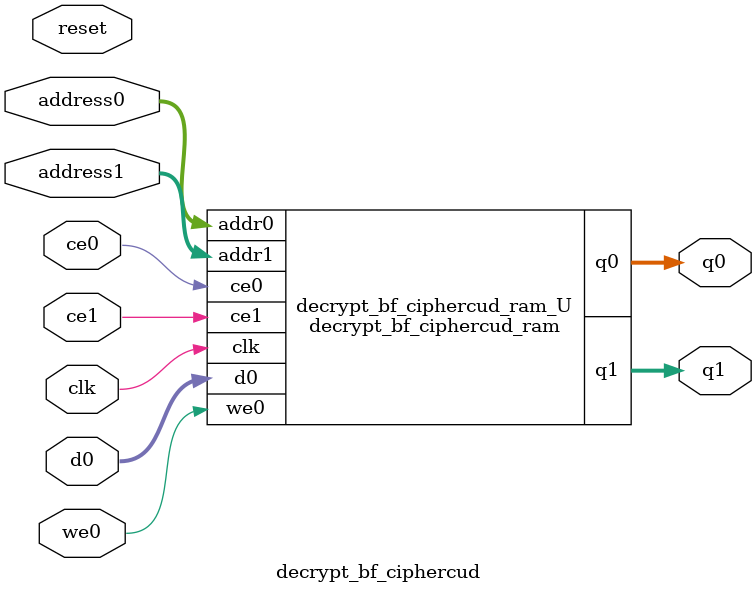
<source format=v>
`timescale 1 ns / 1 ps
module decrypt_bf_ciphercud_ram (addr0, ce0, d0, we0, q0, addr1, ce1, q1,  clk);

parameter DWIDTH = 8;
parameter AWIDTH = 3;
parameter MEM_SIZE = 8;

input[AWIDTH-1:0] addr0;
input ce0;
input[DWIDTH-1:0] d0;
input we0;
output reg[DWIDTH-1:0] q0;
input[AWIDTH-1:0] addr1;
input ce1;
output reg[DWIDTH-1:0] q1;
input clk;

(* ram_style = "distributed" *)reg [DWIDTH-1:0] ram[0:MEM_SIZE-1];




always @(posedge clk)  
begin 
    if (ce0) begin
        if (we0) 
            ram[addr0] <= d0; 
        q0 <= ram[addr0];
    end
end


always @(posedge clk)  
begin 
    if (ce1) begin
        q1 <= ram[addr1];
    end
end


endmodule

`timescale 1 ns / 1 ps
module decrypt_bf_ciphercud(
    reset,
    clk,
    address0,
    ce0,
    we0,
    d0,
    q0,
    address1,
    ce1,
    q1);

parameter DataWidth = 32'd8;
parameter AddressRange = 32'd8;
parameter AddressWidth = 32'd3;
input reset;
input clk;
input[AddressWidth - 1:0] address0;
input ce0;
input we0;
input[DataWidth - 1:0] d0;
output[DataWidth - 1:0] q0;
input[AddressWidth - 1:0] address1;
input ce1;
output[DataWidth - 1:0] q1;



decrypt_bf_ciphercud_ram decrypt_bf_ciphercud_ram_U(
    .clk( clk ),
    .addr0( address0 ),
    .ce0( ce0 ),
    .we0( we0 ),
    .d0( d0 ),
    .q0( q0 ),
    .addr1( address1 ),
    .ce1( ce1 ),
    .q1( q1 ));

endmodule


</source>
